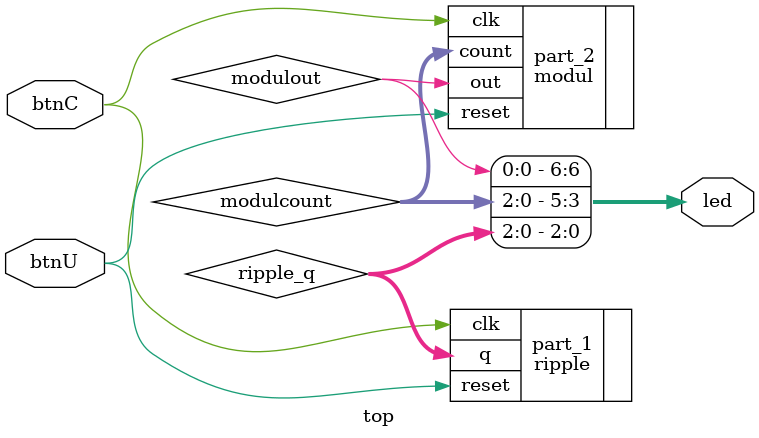
<source format=v>
module top(
input btnU,
input btnC,
output [6:0]led
);
wire [2:0]ripple_q;

ripple part_1(
.clk(btnC),
.reset(btnU),
.q(ripple_q)
);
assign ripple_q[0] = led[0];
assign ripple_q[1] = led[1];
assign ripple_q[2] = led[2];

wire [2:0]modulcount;
wire modulout;
modul part_2(
.clk(btnC),
.reset(btnU),
.count(modulcount),
.out(modulout)
);
assign modulcount[0] = led[3];
assign modulcount[1] = led[4];
assign modulcount[2] = led[5];
assign modulout = led[6];
endmodule

</source>
